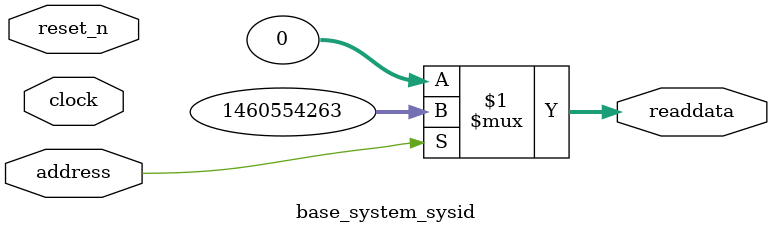
<source format=v>



// synthesis translate_off
`timescale 1ns / 1ps
// synthesis translate_on

// turn off superfluous verilog processor warnings 
// altera message_level Level1 
// altera message_off 10034 10035 10036 10037 10230 10240 10030 

module base_system_sysid (
               // inputs:
                address,
                clock,
                reset_n,

               // outputs:
                readdata
             )
;

  output  [ 31: 0] readdata;
  input            address;
  input            clock;
  input            reset_n;

  wire    [ 31: 0] readdata;
  //control_slave, which is an e_avalon_slave
  assign readdata = address ? 1460554263 : 0;

endmodule




</source>
